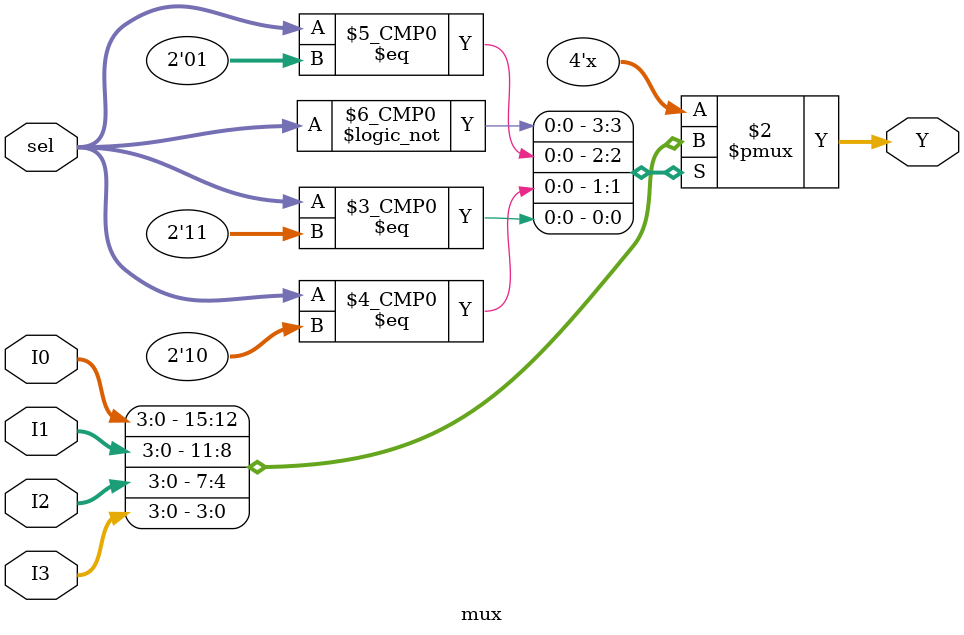
<source format=v>
`timescale 1ns / 1ps


module mux(
input [3:0] I0,
input [3:0] I1,
input [3:0] I2,
input [3:0] I3,
input [1:0] sel,
output reg [3:0] Y
    );
 
always @(I0, I1, I2, I3, sel) begin
case(sel)
2'b00: Y <= I0;
2'b01: Y <= I1;
2'b10: Y <= I2;
2'b11: Y <= I3;
endcase
end
endmodule

</source>
